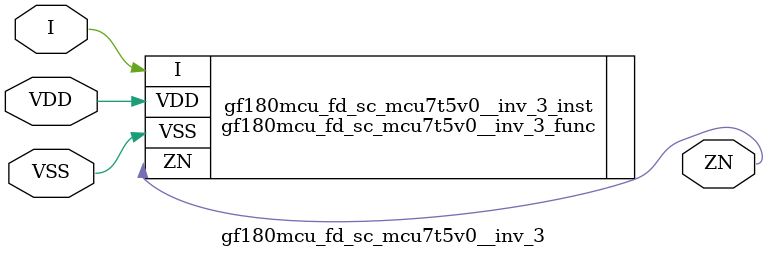
<source format=v>

module gf180mcu_fd_sc_mcu7t5v0__inv_3( I, ZN, VDD, VSS );
input I;
inout VDD, VSS;
output ZN;

   `ifdef FUNCTIONAL  //  functional //

	gf180mcu_fd_sc_mcu7t5v0__inv_3_func gf180mcu_fd_sc_mcu7t5v0__inv_3_behav_inst(.I(I),.ZN(ZN),.VDD(VDD),.VSS(VSS));

   `else

	gf180mcu_fd_sc_mcu7t5v0__inv_3_func gf180mcu_fd_sc_mcu7t5v0__inv_3_inst(.I(I),.ZN(ZN),.VDD(VDD),.VSS(VSS));

	// spec_gates_begin


	// spec_gates_end



   specify

	// specify_block_begin

	// comb arc I --> ZN
	 (I => ZN) = (1.0,1.0);

	// specify_block_end

   endspecify

   `endif

endmodule

</source>
